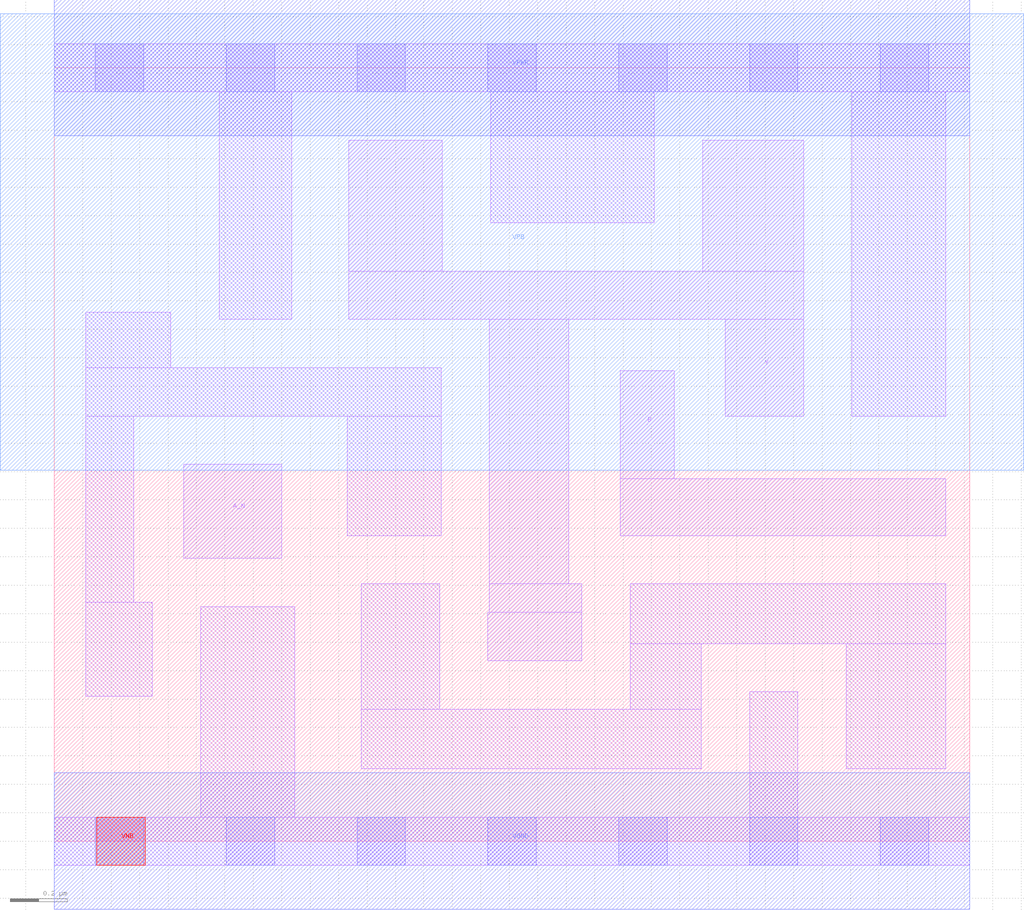
<source format=lef>
# Copyright 2020 The SkyWater PDK Authors
#
# Licensed under the Apache License, Version 2.0 (the "License");
# you may not use this file except in compliance with the License.
# You may obtain a copy of the License at
#
#     https://www.apache.org/licenses/LICENSE-2.0
#
# Unless required by applicable law or agreed to in writing, software
# distributed under the License is distributed on an "AS IS" BASIS,
# WITHOUT WARRANTIES OR CONDITIONS OF ANY KIND, either express or implied.
# See the License for the specific language governing permissions and
# limitations under the License.
#
# SPDX-License-Identifier: Apache-2.0

VERSION 5.7 ;
  NOWIREEXTENSIONATPIN ON ;
  DIVIDERCHAR "/" ;
  BUSBITCHARS "[]" ;
MACRO sky130_fd_sc_hd__nand2b_2
  CLASS CORE ;
  FOREIGN sky130_fd_sc_hd__nand2b_2 ;
  ORIGIN  0.000000  0.000000 ;
  SIZE  3.220000 BY  2.720000 ;
  SYMMETRY X Y R90 ;
  SITE unithd ;
  PIN A_N
    ANTENNAGATEAREA  0.126000 ;
    DIRECTION INPUT ;
    USE SIGNAL ;
    PORT
      LAYER li1 ;
        RECT 0.455000 0.995000 0.800000 1.325000 ;
    END
  END A_N
  PIN B
    ANTENNAGATEAREA  0.495000 ;
    DIRECTION INPUT ;
    USE SIGNAL ;
    PORT
      LAYER li1 ;
        RECT 1.990000 1.075000 3.135000 1.275000 ;
        RECT 1.990000 1.275000 2.180000 1.655000 ;
    END
  END B
  PIN VNB
    PORT
      LAYER pwell ;
        RECT 0.150000 -0.085000 0.320000 0.085000 ;
    END
  END VNB
  PIN VPB
    PORT
      LAYER nwell ;
        RECT -0.190000 1.305000 3.410000 2.910000 ;
    END
  END VPB
  PIN Y
    ANTENNADIFFAREA  0.775500 ;
    DIRECTION OUTPUT ;
    USE SIGNAL ;
    PORT
      LAYER li1 ;
        RECT 1.035000 1.835000 2.635000 2.005000 ;
        RECT 1.035000 2.005000 1.365000 2.465000 ;
        RECT 1.525000 0.635000 1.855000 0.805000 ;
        RECT 1.530000 0.805000 1.855000 0.905000 ;
        RECT 1.530000 0.905000 1.810000 1.835000 ;
        RECT 2.280000 2.005000 2.635000 2.465000 ;
        RECT 2.360000 1.495000 2.635000 1.835000 ;
    END
  END Y
  PIN VGND
    DIRECTION INOUT ;
    SHAPE ABUTMENT ;
    USE GROUND ;
    PORT
      LAYER met1 ;
        RECT 0.000000 -0.240000 3.220000 0.240000 ;
    END
  END VGND
  PIN VPWR
    DIRECTION INOUT ;
    SHAPE ABUTMENT ;
    USE POWER ;
    PORT
      LAYER met1 ;
        RECT 0.000000 2.480000 3.220000 2.960000 ;
    END
  END VPWR
  OBS
    LAYER li1 ;
      RECT 0.000000 -0.085000 3.220000 0.085000 ;
      RECT 0.000000  2.635000 3.220000 2.805000 ;
      RECT 0.110000  0.510000 0.345000 0.840000 ;
      RECT 0.110000  0.840000 0.280000 1.495000 ;
      RECT 0.110000  1.495000 1.360000 1.665000 ;
      RECT 0.110000  1.665000 0.410000 1.860000 ;
      RECT 0.515000  0.085000 0.845000 0.825000 ;
      RECT 0.580000  1.835000 0.835000 2.635000 ;
      RECT 1.030000  1.075000 1.360000 1.495000 ;
      RECT 1.080000  0.255000 2.275000 0.465000 ;
      RECT 1.080000  0.465000 1.355000 0.905000 ;
      RECT 1.535000  2.175000 2.110000 2.635000 ;
      RECT 2.025000  0.465000 2.275000 0.695000 ;
      RECT 2.025000  0.695000 3.135000 0.905000 ;
      RECT 2.445000  0.085000 2.615000 0.525000 ;
      RECT 2.785000  0.255000 3.135000 0.695000 ;
      RECT 2.805000  1.495000 3.135000 2.635000 ;
    LAYER mcon ;
      RECT 0.145000 -0.085000 0.315000 0.085000 ;
      RECT 0.145000  2.635000 0.315000 2.805000 ;
      RECT 0.605000 -0.085000 0.775000 0.085000 ;
      RECT 0.605000  2.635000 0.775000 2.805000 ;
      RECT 1.065000 -0.085000 1.235000 0.085000 ;
      RECT 1.065000  2.635000 1.235000 2.805000 ;
      RECT 1.525000 -0.085000 1.695000 0.085000 ;
      RECT 1.525000  2.635000 1.695000 2.805000 ;
      RECT 1.985000 -0.085000 2.155000 0.085000 ;
      RECT 1.985000  2.635000 2.155000 2.805000 ;
      RECT 2.445000 -0.085000 2.615000 0.085000 ;
      RECT 2.445000  2.635000 2.615000 2.805000 ;
      RECT 2.905000 -0.085000 3.075000 0.085000 ;
      RECT 2.905000  2.635000 3.075000 2.805000 ;
  END
END sky130_fd_sc_hd__nand2b_2
END LIBRARY

</source>
